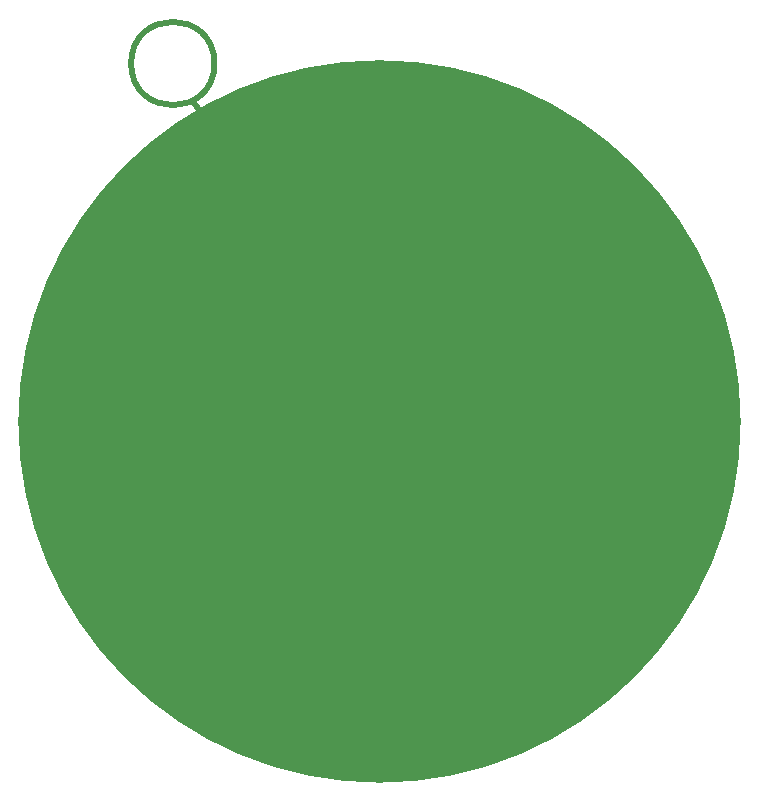
<source format=gbr>
%TF.GenerationSoftware,KiCad,Pcbnew,(7.0.0)*%
%TF.CreationDate,2023-03-02T12:16:42-06:00*%
%TF.ProjectId,GEMNoClear,47454d4e-6f43-46c6-9561-722e6b696361,rev?*%
%TF.SameCoordinates,Original*%
%TF.FileFunction,Copper,L2,Bot*%
%TF.FilePolarity,Positive*%
%FSLAX46Y46*%
G04 Gerber Fmt 4.6, Leading zero omitted, Abs format (unit mm)*
G04 Created by KiCad (PCBNEW (7.0.0)) date 2023-03-02 12:16:42*
%MOMM*%
%LPD*%
G01*
G04 APERTURE LIST*
%TA.AperFunction,NonConductor*%
%ADD10C,0.500000*%
%TD*%
%TA.AperFunction,NonConductor*%
%ADD11C,30.600000*%
%TD*%
G04 APERTURE END LIST*
D10*
X111160000Y-74430000D02*
X111610000Y-75080000D01*
X113030000Y-71289111D02*
G75*
G03*
X113030000Y-71289111I-3530000J0D01*
G01*
D11*
X142300000Y-101600000D02*
G75*
G03*
X142300000Y-101600000I-15300000J0D01*
G01*
M02*

</source>
